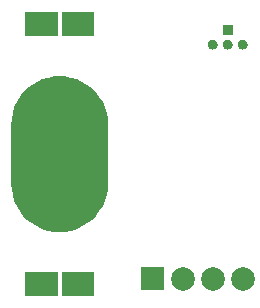
<source format=gbs>
G04 Layer: BottomSolderMaskLayer*
G04 EasyEDA v6.2.46, 2019-12-26T15:44:02--5:00*
G04 111d7bdae86b4e7985bcd74f00d2b945,ad3383c819c44bf79b2f5f1fb32db82d,10*
G04 Gerber Generator version 0.2*
G04 Scale: 100 percent, Rotated: No, Reflected: No *
G04 Dimensions in inches *
G04 leading zeros omitted , absolute positions ,2 integer and 4 decimal *
%FSLAX24Y24*%
%MOIN*%
G90*
G70D02*

%ADD48C,0.078866*%
%ADD53R,0.033000X0.033000*%

%LPD*%
G36*
G01X3855Y305D02*
G01X3855Y1094D01*
G01X4644Y1094D01*
G01X4644Y305D01*
G01X3855Y305D01*
G37*
G54D48*
G01X5250Y700D03*
G01X6250Y700D03*
G01X7250Y700D03*
G54D53*
G01X6750Y9000D03*
G36*
G01X6250Y8334D02*
G01X6230Y8336D01*
G01X6211Y8340D01*
G01X6190Y8346D01*
G01X6173Y8353D01*
G01X6155Y8363D01*
G01X6140Y8376D01*
G01X6126Y8390D01*
G01X6113Y8405D01*
G01X6103Y8423D01*
G01X6096Y8440D01*
G01X6090Y8461D01*
G01X6086Y8480D01*
G01X6084Y8500D01*
G01X6086Y8519D01*
G01X6090Y8538D01*
G01X6096Y8559D01*
G01X6103Y8576D01*
G01X6113Y8594D01*
G01X6126Y8609D01*
G01X6140Y8623D01*
G01X6155Y8636D01*
G01X6173Y8646D01*
G01X6190Y8653D01*
G01X6211Y8659D01*
G01X6230Y8663D01*
G01X6250Y8665D01*
G01X6269Y8663D01*
G01X6288Y8659D01*
G01X6309Y8653D01*
G01X6326Y8646D01*
G01X6344Y8636D01*
G01X6359Y8623D01*
G01X6373Y8609D01*
G01X6386Y8594D01*
G01X6396Y8576D01*
G01X6403Y8559D01*
G01X6409Y8538D01*
G01X6413Y8519D01*
G01X6415Y8500D01*
G01X6413Y8480D01*
G01X6409Y8461D01*
G01X6403Y8440D01*
G01X6396Y8423D01*
G01X6386Y8405D01*
G01X6373Y8390D01*
G01X6359Y8376D01*
G01X6344Y8363D01*
G01X6326Y8353D01*
G01X6309Y8346D01*
G01X6288Y8340D01*
G01X6269Y8336D01*
G01X6250Y8334D01*
G37*
G36*
G01X7250Y8334D02*
G01X7230Y8336D01*
G01X7211Y8340D01*
G01X7190Y8346D01*
G01X7173Y8353D01*
G01X7155Y8363D01*
G01X7140Y8376D01*
G01X7126Y8390D01*
G01X7113Y8405D01*
G01X7103Y8423D01*
G01X7096Y8440D01*
G01X7090Y8461D01*
G01X7086Y8480D01*
G01X7084Y8500D01*
G01X7086Y8519D01*
G01X7090Y8538D01*
G01X7096Y8559D01*
G01X7103Y8576D01*
G01X7113Y8594D01*
G01X7126Y8609D01*
G01X7140Y8623D01*
G01X7155Y8636D01*
G01X7173Y8646D01*
G01X7190Y8653D01*
G01X7211Y8659D01*
G01X7230Y8663D01*
G01X7250Y8665D01*
G01X7269Y8663D01*
G01X7288Y8659D01*
G01X7309Y8653D01*
G01X7326Y8646D01*
G01X7344Y8636D01*
G01X7359Y8623D01*
G01X7373Y8609D01*
G01X7386Y8594D01*
G01X7396Y8576D01*
G01X7403Y8559D01*
G01X7409Y8538D01*
G01X7413Y8519D01*
G01X7415Y8500D01*
G01X7413Y8480D01*
G01X7409Y8461D01*
G01X7403Y8440D01*
G01X7396Y8423D01*
G01X7386Y8405D01*
G01X7373Y8390D01*
G01X7359Y8376D01*
G01X7344Y8363D01*
G01X7326Y8353D01*
G01X7309Y8346D01*
G01X7288Y8340D01*
G01X7269Y8336D01*
G01X7250Y8334D01*
G37*
G36*
G01X6750Y8334D02*
G01X6730Y8336D01*
G01X6711Y8340D01*
G01X6690Y8346D01*
G01X6673Y8353D01*
G01X6655Y8363D01*
G01X6640Y8376D01*
G01X6626Y8390D01*
G01X6613Y8405D01*
G01X6603Y8423D01*
G01X6596Y8440D01*
G01X6590Y8461D01*
G01X6586Y8480D01*
G01X6584Y8500D01*
G01X6586Y8519D01*
G01X6590Y8538D01*
G01X6596Y8559D01*
G01X6603Y8576D01*
G01X6613Y8594D01*
G01X6626Y8609D01*
G01X6640Y8623D01*
G01X6655Y8636D01*
G01X6673Y8646D01*
G01X6690Y8653D01*
G01X6711Y8659D01*
G01X6730Y8663D01*
G01X6750Y8665D01*
G01X6769Y8663D01*
G01X6788Y8659D01*
G01X6809Y8653D01*
G01X6826Y8646D01*
G01X6844Y8636D01*
G01X6859Y8623D01*
G01X6873Y8609D01*
G01X6886Y8594D01*
G01X6896Y8576D01*
G01X6903Y8559D01*
G01X6909Y8538D01*
G01X6913Y8519D01*
G01X6915Y8500D01*
G01X6913Y8480D01*
G01X6909Y8461D01*
G01X6903Y8440D01*
G01X6896Y8423D01*
G01X6886Y8405D01*
G01X6873Y8390D01*
G01X6859Y8376D01*
G01X6844Y8363D01*
G01X6826Y8353D01*
G01X6809Y8346D01*
G01X6788Y8340D01*
G01X6769Y8336D01*
G01X6750Y8334D01*
G37*
G36*
G01X1219Y128D02*
G01X1219Y909D01*
G01X2300Y909D01*
G01X2300Y128D01*
G01X1219Y128D01*
G37*
G36*
G01X1150Y2251D02*
G01X955Y2263D01*
G01X763Y2298D01*
G01X576Y2355D01*
G01X400Y2436D01*
G01X232Y2536D01*
G01X78Y2657D01*
G01X-59Y2794D01*
G01X-178Y2948D01*
G01X-280Y3115D01*
G01X-359Y3292D01*
G01X-417Y3478D01*
G01X-453Y3671D01*
G01X-465Y3865D01*
G01X-465Y5834D01*
G01X-453Y6028D01*
G01X-417Y6221D01*
G01X-359Y6407D01*
G01X-280Y6584D01*
G01X-178Y6751D01*
G01X-59Y6905D01*
G01X78Y7042D01*
G01X232Y7163D01*
G01X400Y7263D01*
G01X576Y7344D01*
G01X763Y7401D01*
G01X955Y7436D01*
G01X1150Y7448D01*
G01X1344Y7436D01*
G01X1536Y7401D01*
G01X1723Y7344D01*
G01X1900Y7263D01*
G01X2067Y7163D01*
G01X2221Y7042D01*
G01X2359Y6905D01*
G01X2478Y6751D01*
G01X2580Y6584D01*
G01X2659Y6407D01*
G01X2717Y6221D01*
G01X2753Y6028D01*
G01X2765Y5834D01*
G01X2765Y3865D01*
G01X2753Y3671D01*
G01X2717Y3478D01*
G01X2659Y3292D01*
G01X2580Y3115D01*
G01X2478Y2948D01*
G01X2359Y2794D01*
G01X2221Y2657D01*
G01X2067Y2536D01*
G01X1900Y2436D01*
G01X1723Y2355D01*
G01X1536Y2298D01*
G01X1344Y2263D01*
G01X1150Y2251D01*
G37*
G36*
G01X1219Y8790D02*
G01X1219Y9571D01*
G01X2300Y9571D01*
G01X2300Y8790D01*
G01X1219Y8790D01*
G37*
G36*
G01X0Y128D02*
G01X0Y909D01*
G01X1080Y909D01*
G01X1080Y128D01*
G01X0Y128D01*
G37*
G36*
G01X0Y8790D02*
G01X0Y9571D01*
G01X1080Y9571D01*
G01X1080Y8790D01*
G01X0Y8790D01*
G37*
M00*
M02*

</source>
